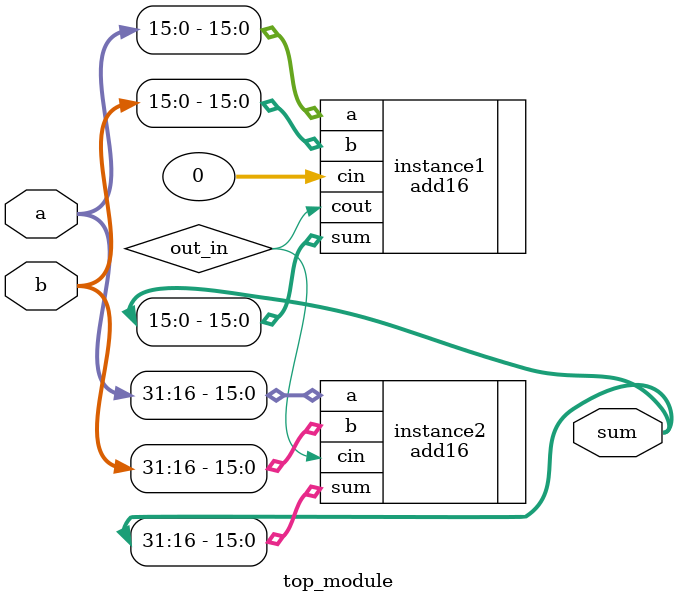
<source format=v>
module top_module(
    input [31:0] a,
    input [31:0] b,
    output [31:0] sum
);
    
    wire out_in;
    add16 instance1 (.a(a[15:0]), .b(b[15:0]), .cin(0), .sum(sum[15:0]), .cout(out_in));
    add16 instance2 (.a(a[31:16]), .b(b[31:16]), .cin(out_in), .sum(sum[31:16]));

endmodule
</source>
